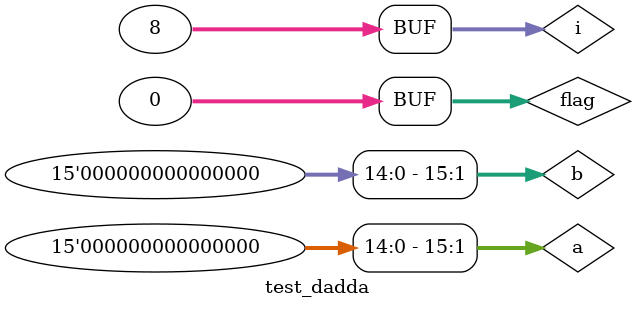
<source format=v>
module test_dadda;
reg[15:0]a,b;
wire [31:0] result;
reg[31:0] golden_ref;
daddamul dut(a,b,result);
integer i;
integer flag=0;
initial
begin 
for(i=0;i<=7;i=i+1)
begin
a=$random;
b=$random;
golden_ref=a*b;
$monitor("At time %d,a is %d,b is %d,result is %d",$time,a,b,result);
#5 if(golden_ref!=result)
      flag=flag+1;
#5;
end
 if(flag!=0)
 $display("fail");
 else
 $display("success");
 end 
 endmodule
	  
</source>
